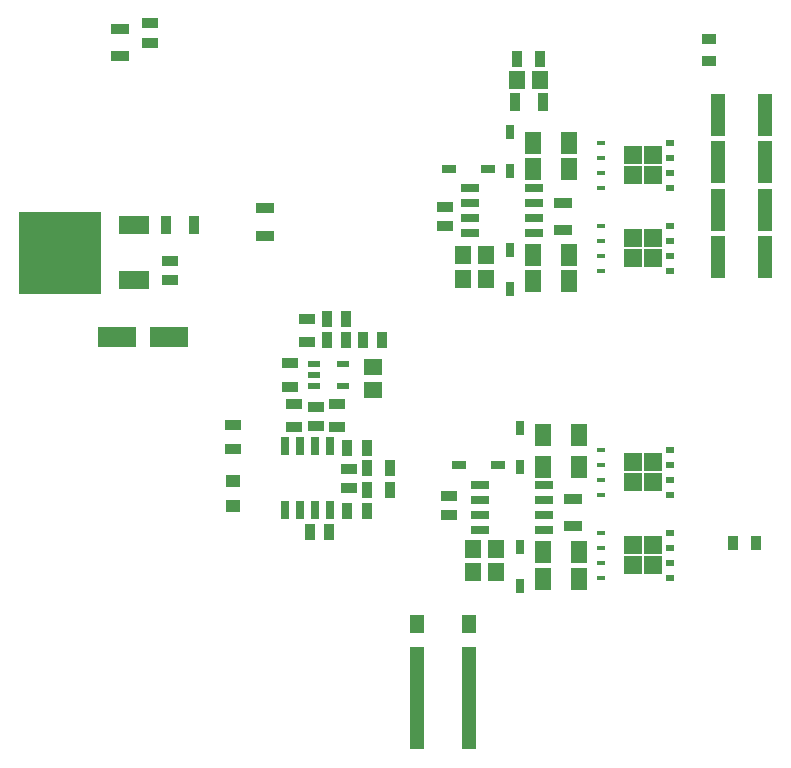
<source format=gtp>
G04*
G04 #@! TF.GenerationSoftware,Altium Limited,Altium Designer,21.6.4 (81)*
G04*
G04 Layer_Color=8421504*
%FSLAX44Y44*%
%MOMM*%
G71*
G04*
G04 #@! TF.SameCoordinates,D26747ED-23D3-466A-99B4-63F3962E0784*
G04*
G04*
G04 #@! TF.FilePolarity,Positive*
G04*
G01*
G75*
%ADD15R,1.5000X1.5000*%
%ADD16R,1.5000X1.5000*%
%ADD17R,0.7500X0.5000*%
%ADD18R,0.7500X0.4000*%
%ADD19R,1.2000X1.1000*%
%ADD20R,1.4500X0.9500*%
%ADD21R,1.2000X1.6000*%
%ADD22R,1.2000X8.7000*%
%ADD23R,1.2500X0.7500*%
%ADD24R,1.5562X0.9562*%
%ADD25R,1.3900X0.9600*%
%ADD26R,0.9562X1.5562*%
%ADD27R,1.5500X1.3500*%
%ADD28R,3.3000X1.8000*%
%ADD29R,0.9600X1.3900*%
%ADD30R,1.1000X0.6000*%
%ADD31R,0.9500X1.4500*%
%ADD32R,0.6500X1.5250*%
%ADD33R,7.0000X7.0000*%
%ADD34R,2.5000X1.5000*%
%ADD35R,1.3500X1.5500*%
%ADD36R,0.7500X1.2500*%
%ADD37R,1.3561X1.8582*%
%ADD38R,1.5250X0.6500*%
%ADD39R,1.3000X0.9000*%
%ADD40R,1.2500X3.5200*%
%ADD41R,0.9000X1.3000*%
D15*
X661000Y301500D02*
D03*
X678000D02*
D03*
X661000Y578500D02*
D03*
X678000D02*
D03*
X661000Y371500D02*
D03*
X678000D02*
D03*
X661000Y631500D02*
D03*
X678000D02*
D03*
D16*
X661000Y318500D02*
D03*
X678000D02*
D03*
X661000Y561500D02*
D03*
X678000D02*
D03*
X661000Y388500D02*
D03*
X678000D02*
D03*
X661000Y648500D02*
D03*
X678000D02*
D03*
D17*
X692050Y290949D02*
D03*
Y303649D02*
D03*
Y316349D02*
D03*
Y329049D02*
D03*
X692050Y550947D02*
D03*
Y563647D02*
D03*
Y576347D02*
D03*
Y589047D02*
D03*
X692050Y360951D02*
D03*
Y373651D02*
D03*
Y386351D02*
D03*
Y399051D02*
D03*
X692050Y620951D02*
D03*
Y633651D02*
D03*
Y646351D02*
D03*
Y659051D02*
D03*
D18*
X633950Y290944D02*
D03*
Y303645D02*
D03*
Y316345D02*
D03*
Y329044D02*
D03*
X633950Y550948D02*
D03*
Y563648D02*
D03*
Y576348D02*
D03*
Y589048D02*
D03*
X633950Y360945D02*
D03*
Y373644D02*
D03*
Y386344D02*
D03*
Y399044D02*
D03*
X633950Y620958D02*
D03*
Y633658D02*
D03*
Y646358D02*
D03*
Y659058D02*
D03*
D19*
X322000Y351500D02*
D03*
Y372500D02*
D03*
D20*
Y419750D02*
D03*
Y400250D02*
D03*
X385000Y510250D02*
D03*
Y490750D02*
D03*
X370000Y472250D02*
D03*
Y452750D02*
D03*
X374000Y438250D02*
D03*
Y418750D02*
D03*
X410000Y438250D02*
D03*
Y418750D02*
D03*
D21*
X478000Y251250D02*
D03*
X522000D02*
D03*
D22*
Y188750D02*
D03*
X478000D02*
D03*
D23*
X505166Y636676D02*
D03*
X538166D02*
D03*
X513500Y386000D02*
D03*
X546500D02*
D03*
D24*
X226000Y755750D02*
D03*
Y732250D02*
D03*
X349000Y603526D02*
D03*
Y580027D02*
D03*
X601666Y608427D02*
D03*
Y584926D02*
D03*
X610000Y357750D02*
D03*
Y334250D02*
D03*
D25*
X252000Y760100D02*
D03*
Y743900D02*
D03*
X268350Y542650D02*
D03*
Y558850D02*
D03*
X392000Y419400D02*
D03*
Y435600D02*
D03*
X420000Y382600D02*
D03*
Y366400D02*
D03*
X501666Y604776D02*
D03*
Y588576D02*
D03*
X505000Y360100D02*
D03*
Y343900D02*
D03*
D26*
X288750Y589250D02*
D03*
X265250D02*
D03*
X584587Y694000D02*
D03*
X561087D02*
D03*
D27*
X440443Y449707D02*
D03*
Y469207D02*
D03*
D28*
X267750Y494835D02*
D03*
X223750D02*
D03*
D29*
X418100Y509500D02*
D03*
X401900D02*
D03*
Y492500D02*
D03*
X418100D02*
D03*
X435100Y400500D02*
D03*
X418900D02*
D03*
X403100Y329500D02*
D03*
X386900D02*
D03*
X435100Y347500D02*
D03*
X418900D02*
D03*
X448100Y492500D02*
D03*
X431900D02*
D03*
D30*
X415000Y472000D02*
D03*
Y453000D02*
D03*
X391000D02*
D03*
Y462500D02*
D03*
Y472000D02*
D03*
D31*
X435250Y383500D02*
D03*
X454750D02*
D03*
X435250Y365500D02*
D03*
X454750D02*
D03*
X562750Y730000D02*
D03*
X582250D02*
D03*
D32*
X404050Y402120D02*
D03*
X391350D02*
D03*
X378650D02*
D03*
X365950D02*
D03*
Y347880D02*
D03*
X378650D02*
D03*
X391350D02*
D03*
X404050D02*
D03*
D33*
X175718Y566144D02*
D03*
D34*
X238218Y589144D02*
D03*
Y543144D02*
D03*
D35*
X562750Y712390D02*
D03*
X582250D02*
D03*
X516916Y563676D02*
D03*
X536416D02*
D03*
X516916Y543676D02*
D03*
X536416D02*
D03*
X525250Y296000D02*
D03*
X544750D02*
D03*
X525250Y315000D02*
D03*
X544750D02*
D03*
D36*
X556666Y668176D02*
D03*
Y635177D02*
D03*
Y535177D02*
D03*
Y568176D02*
D03*
X565000Y283500D02*
D03*
Y316500D02*
D03*
Y417500D02*
D03*
Y384500D02*
D03*
D37*
X576405Y658677D02*
D03*
X606927D02*
D03*
X576405Y636676D02*
D03*
X606927D02*
D03*
X576405Y563676D02*
D03*
X606927D02*
D03*
X576405Y541676D02*
D03*
X606927D02*
D03*
X615261Y412000D02*
D03*
X584739D02*
D03*
X615261Y385000D02*
D03*
X584739D02*
D03*
Y312500D02*
D03*
X615261D02*
D03*
X584739Y290000D02*
D03*
X615261D02*
D03*
D38*
X522546Y620726D02*
D03*
Y608026D02*
D03*
Y595326D02*
D03*
Y582626D02*
D03*
X576786D02*
D03*
Y595326D02*
D03*
Y608026D02*
D03*
Y620726D02*
D03*
X530880Y369050D02*
D03*
Y356350D02*
D03*
Y343650D02*
D03*
Y330950D02*
D03*
X585120D02*
D03*
Y343650D02*
D03*
Y356350D02*
D03*
Y369050D02*
D03*
D39*
X725000Y728000D02*
D03*
Y747000D02*
D03*
D40*
X732700Y682500D02*
D03*
X772300D02*
D03*
X732700Y642500D02*
D03*
X772300D02*
D03*
X732700Y602500D02*
D03*
X772300D02*
D03*
X732700Y562500D02*
D03*
X772300D02*
D03*
D41*
X745500Y320000D02*
D03*
X764500D02*
D03*
M02*

</source>
